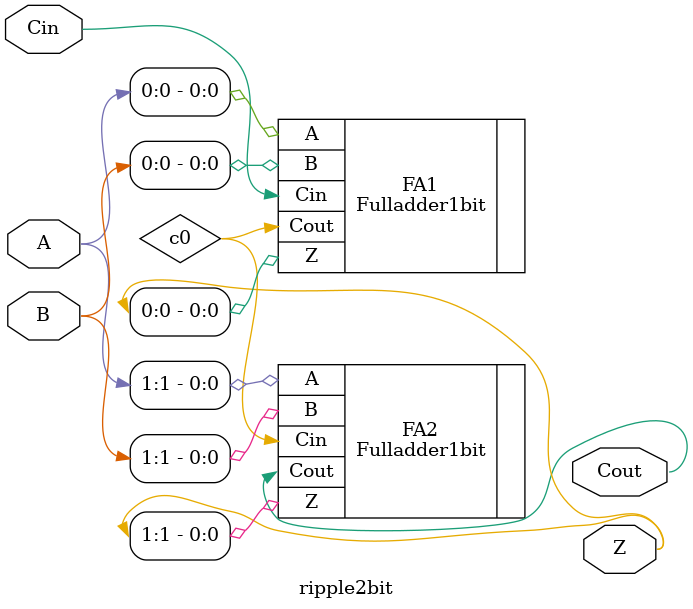
<source format=v>
`timescale 1ns / 1ps

//////////////////////////////////////////////////////////////////////////////////
module ripple2bit(
    input [1:0]A, B,
    input Cin,
    output [1:0]Z,
    output Cout
    );

	wire c0;
	
	Fulladder1bit FA1 (
		.A(A[0]),
		.B(B[0]),
		.Cin(Cin),
		.Z(Z[0]),
		.Cout(c0)
	);
	Fulladder1bit FA2(
		.A(A[1]),
		.B(B[1]),
		.Cin(c0),
		.Z(Z[1]),
		.Cout(Cout)
	);


endmodule

</source>
